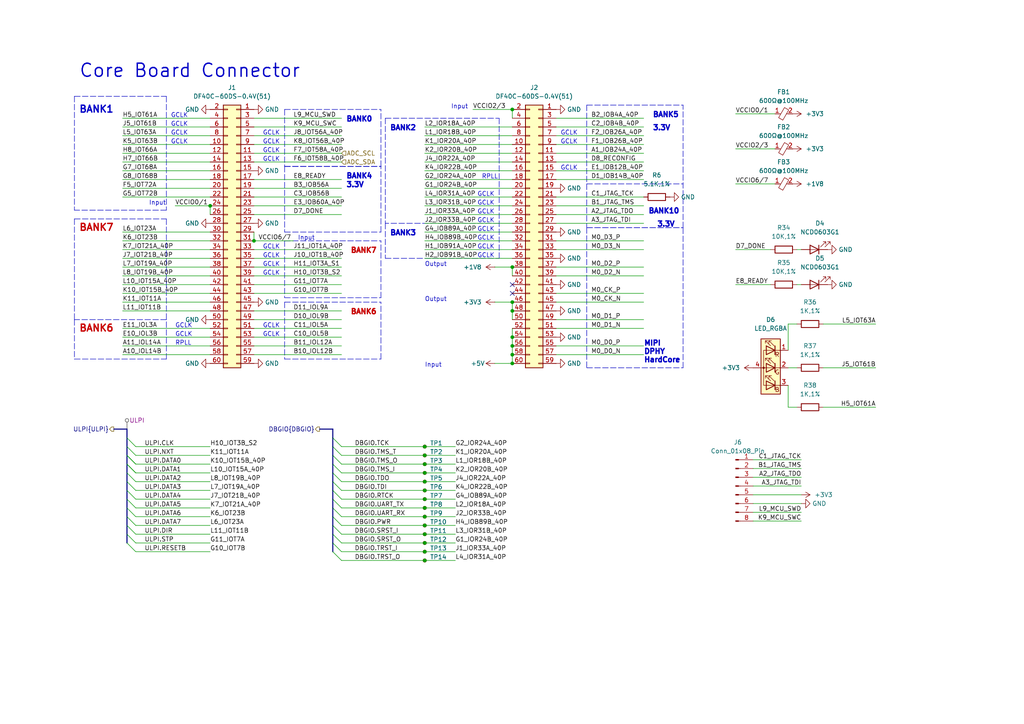
<source format=kicad_sch>
(kicad_sch (version 20250114) (generator "eeschema") (generator_version "9.0")
  (paper "A4")
  (lib_symbols
    (symbol "Connector:Conn_01x08_Pin" (pin_names (offset 1.016) (hide yes))
      (property "Reference" "J" (at 0 10.16 0))
      (property "Value" "Conn_01x08_Pin" (at 0 -12.7 0))
      (symbol "Conn_01x08_Pin_1_1"
        (pin passive line (at 5.08 7.62 180) (length 3.81) (name "Pin_1") (number "1"))
        (pin passive line (at 5.08 5.08 180) (length 3.81) (name "Pin_2") (number "2"))
        (pin passive line (at 5.08 2.54 180) (length 3.81) (name "Pin_3") (number "3"))
        (pin passive line (at 5.08 0 180) (length 3.81) (name "Pin_4") (number "4"))
        (pin passive line (at 5.08 -2.54 180) (length 3.81) (name "Pin_5") (number "5"))
        (pin passive line (at 5.08 -5.08 180) (length 3.81) (name "Pin_6") (number "6"))
        (pin passive line (at 5.08 -7.62 180) (length 3.81) (name "Pin_7") (number "7"))
        (pin passive line (at 5.08 -10.16 180) (length 3.81) (name "Pin_8") (number "8"))
      )
    )
    (symbol "Device:LED_RGBA" (pin_names (offset 0) (hide yes))
      (property "Reference" "D" (at 0 9.398 0))
      (property "Value" "LED_RGBA" (at 0 -8.89 0))
      (symbol "LED_RGBA_0_0"
        (text "R" (at -1.905 3.81 0) (effects (font (size 1.27 1.27))))
        (text "G" (at -1.905 -1.27 0) (effects (font (size 1.27 1.27))))
        (text "B" (at -1.905 -6.35 0) (effects (font (size 1.27 1.27))))
      )
      (symbol "LED_RGBA_1_1"
        (pin passive line (at -5.08 5.08 0) (length 2.54) (name "RK") (number "1"))
        (pin passive line (at -5.08 0 0) (length 2.54) (name "GK") (number "2"))
        (pin passive line (at -5.08 -5.08 0) (length 2.54) (name "BK") (number "3"))
        (pin passive line (at 5.08 0 180) (length 2.54) (name "A") (number "4"))
      )
    )
    (symbol "HPM6280Foc:0402WGF1001TCE" (pin_numbers (hide yes)) (pin_names (hide yes))
      (property "Reference" "R" (at 0 2.54 0))
      (property "Value" "1K,1%" (at 0 -2.54 0))
      (symbol "0402WGF1001TCE_1_1"
        (pin passive line (at -3.81 0 0) (length 1.27) (name "~") (number "1"))
        (pin passive line (at 3.81 0 180) (length 1.27) (name "~") (number "2"))
      )
    )
    (symbol "HPM6280Foc:0402WGF1002TCE" (pin_numbers (hide yes)) (pin_names (hide yes))
      (property "Reference" "R" (at 0 2.54 0))
      (property "Value" "10K,1%" (at 0 0 0))
      (symbol "0402WGF1002TCE_1_1"
        (pin passive line (at -3.81 0 0) (length 1.27) (name "~") (number "1"))
        (pin passive line (at 3.81 0 180) (length 1.27) (name "~") (number "2"))
      )
    )
    (symbol "HPM6280Foc:0402WGF5101TCE" (pin_numbers (hide yes)) (pin_names (hide yes))
      (property "Reference" "R" (at 0 2.54 0))
      (property "Value" "5.1K,1%" (at 0 -2.54 0))
      (symbol "0402WGF5101TCE_1_1"
        (pin passive line (at -3.81 0 0) (length 1.27) (name "~") (number "1"))
        (pin passive line (at 3.81 0 180) (length 1.27) (name "~") (number "2"))
      )
    )
    (symbol "HPM6280Foc:BLM15PX601SN1D"
      (property "Reference" "FB" (at -1.27 2.54 0))
      (property "Value" "600Ω@100MHz" (at 0 -2.54 0))
      (symbol "BLM15PX601SN1D_1_1"
        (pin passive line (at -2.54 0 0) (length 1.27) (name "~") (number "1"))
        (pin passive line (at 2.54 0 180) (length 1.27) (name "~") (number "2"))
      )
    )
    (symbol "HPM6280Foc:DF40C-60DS-0.4V(51)" (pin_names (hide yes))
      (property "Reference" "U" (at 0.508 38.608 0))
      (symbol "DF40C-60DS-0.4V(51)_1_1"
        (pin passive line (at -5.08 35.56 0) (length 3.81) (name "Pin_1") (number "1"))
        (pin passive line (at -5.08 33.02 0) (length 3.81) (name "Pin_3") (number "3"))
        (pin passive line (at -5.08 30.48 0) (length 3.81) (name "Pin_5") (number "5"))
        (pin passive line (at -5.08 27.94 0) (length 3.81) (name "Pin_7") (number "7"))
        (pin passive line (at -5.08 25.4 0) (length 3.81) (name "Pin_9") (number "9"))
        (pin passive line (at -5.08 22.86 0) (length 3.81) (name "Pin_11") (number "11"))
        (pin passive line (at -5.08 20.32 0) (length 3.81) (name "Pin_13") (number "13"))
        (pin passive line (at -5.08 17.78 0) (length 3.81) (name "Pin_15") (number "15"))
        (pin passive line (at -5.08 15.24 0) (length 3.81) (name "Pin_17") (number "17"))
        (pin passive line (at -5.08 12.7 0) (length 3.81) (name "Pin_19") (number "19"))
        (pin passive line (at -5.08 10.16 0) (length 3.81) (name "Pin_21") (number "21"))
        (pin passive line (at -5.08 7.62 0) (length 3.81) (name "Pin_23") (number "23"))
        (pin passive line (at -5.08 5.08 0) (length 3.81) (name "Pin_25") (number "25"))
        (pin passive line (at -5.08 2.54 0) (length 3.81) (name "Pin_27") (number "27"))
        (pin passive line (at -5.08 0 0) (length 3.81) (name "Pin_29") (number "29"))
        (pin passive line (at -5.08 -2.54 0) (length 3.81) (name "Pin_31") (number "31"))
        (pin passive line (at -5.08 -5.08 0) (length 3.81) (name "Pin_33") (number "33"))
        (pin passive line (at -5.08 -7.62 0) (length 3.81) (name "Pin_35") (number "35"))
        (pin passive line (at -5.08 -10.16 0) (length 3.81) (name "Pin_37") (number "37"))
        (pin passive line (at -5.08 -12.7 0) (length 3.81) (name "Pin_39") (number "39"))
        (pin passive line (at -5.08 -15.24 0) (length 3.81) (name "Pin_41") (number "41"))
        (pin passive line (at -5.08 -17.78 0) (length 3.81) (name "Pin_43") (number "43"))
        (pin passive line (at -5.08 -20.32 0) (length 3.81) (name "Pin_45") (number "45"))
        (pin passive line (at -5.08 -22.86 0) (length 3.81) (name "Pin_47") (number "47"))
        (pin passive line (at -5.08 -25.4 0) (length 3.81) (name "Pin_49") (number "49"))
        (pin passive line (at -5.08 -27.94 0) (length 3.81) (name "Pin_51") (number "51"))
        (pin passive line (at -5.08 -30.48 0) (length 3.81) (name "Pin_53") (number "53"))
        (pin passive line (at -5.08 -33.02 0) (length 3.81) (name "Pin_55") (number "55"))
        (pin passive line (at -5.08 -35.56 0) (length 3.81) (name "Pin_57") (number "57"))
        (pin passive line (at -5.08 -38.1 0) (length 3.81) (name "Pin_59") (number "59"))
        (pin passive line (at 7.62 35.56 180) (length 3.81) (name "Pin_2") (number "2"))
        (pin passive line (at 7.62 33.02 180) (length 3.81) (name "Pin_4") (number "4"))
        (pin passive line (at 7.62 30.48 180) (length 3.81) (name "Pin_6") (number "6"))
        (pin passive line (at 7.62 27.94 180) (length 3.81) (name "Pin_8") (number "8"))
        (pin passive line (at 7.62 25.4 180) (length 3.81) (name "Pin_10") (number "10"))
        (pin passive line (at 7.62 22.86 180) (length 3.81) (name "Pin_12") (number "12"))
        (pin passive line (at 7.62 20.32 180) (length 3.81) (name "Pin_14") (number "14"))
        (pin passive line (at 7.62 17.78 180) (length 3.81) (name "Pin_16") (number "16"))
        (pin passive line (at 7.62 15.24 180) (length 3.81) (name "Pin_18") (number "18"))
        (pin passive line (at 7.62 12.7 180) (length 3.81) (name "Pin_20") (number "20"))
        (pin passive line (at 7.62 10.16 180) (length 3.81) (name "Pin_22") (number "22"))
        (pin passive line (at 7.62 7.62 180) (length 3.81) (name "Pin_24") (number "24"))
        (pin passive line (at 7.62 5.08 180) (length 3.81) (name "Pin_26") (number "26"))
        (pin passive line (at 7.62 2.54 180) (length 3.81) (name "Pin_28") (number "28"))
        (pin passive line (at 7.62 0 180) (length 3.81) (name "Pin_30") (number "30"))
        (pin passive line (at 7.62 -2.54 180) (length 3.81) (name "Pin_32") (number "32"))
        (pin passive line (at 7.62 -5.08 180) (length 3.81) (name "Pin_34") (number "34"))
        (pin passive line (at 7.62 -7.62 180) (length 3.81) (name "Pin_36") (number "36"))
        (pin passive line (at 7.62 -10.16 180) (length 3.81) (name "Pin_38") (number "38"))
        (pin passive line (at 7.62 -12.7 180) (length 3.81) (name "Pin_40") (number "40"))
        (pin passive line (at 7.62 -15.24 180) (length 3.81) (name "Pin_42") (number "42"))
        (pin passive line (at 7.62 -17.78 180) (length 3.81) (name "Pin_44") (number "44"))
        (pin passive line (at 7.62 -20.32 180) (length 3.81) (name "Pin_46") (number "46"))
        (pin passive line (at 7.62 -22.86 180) (length 3.81) (name "Pin_48") (number "48"))
        (pin passive line (at 7.62 -25.4 180) (length 3.81) (name "Pin_50") (number "50"))
        (pin passive line (at 7.62 -27.94 180) (length 3.81) (name "Pin_52") (number "52"))
        (pin passive line (at 7.62 -30.48 180) (length 3.81) (name "Pin_54") (number "54"))
        (pin passive line (at 7.62 -33.02 180) (length 3.81) (name "Pin_56") (number "56"))
        (pin passive line (at 7.62 -35.56 180) (length 3.81) (name "Pin_58") (number "58"))
        (pin passive line (at 7.62 -38.1 180) (length 3.81) (name "Pin_60") (number "60"))
      )
    )
    (symbol "HPM6280Foc:NCD0603G1" (pin_numbers (hide yes)) (pin_names (offset 1.016) (hide yes))
      (property "Reference" "D" (at 0 2.54 0))
      (property "Value" "NCD0603G1" (at 0 -2.54 0))
      (symbol "NCD0603G1_1_1"
        (pin passive line (at -3.81 0 0) (length 2.54) (name "K") (number "1"))
        (pin passive line (at 3.81 0 180) (length 2.54) (name "A") (number "2"))
      )
    )
    (symbol "HPM6280Foc:test_point" (pin_numbers (hide yes)) (pin_names (offset 0) (hide yes)) (exclude_from_sim yes) (in_bom no)
      (property "Reference" "TP" (at 1.27 0.762 0))
      (symbol "test_point_1_1"
        (pin input line (at 0 0 0) (length 0) (name "") (number "1"))
      )
    )
    (symbol "power:+1V8" (power) (pin_numbers (hide yes)) (pin_names (offset 0) (hide yes))
      (property "Value" "+1V8" (at 0 3.556 0))
      (symbol "+1V8_1_1"
        (pin power_in line (at 0 0 90) (length 0) (name "~") (number "1"))
      )
    )
    (symbol "power:+3V3" (power) (pin_numbers (hide yes)) (pin_names (offset 0) (hide yes))
      (property "Value" "+3V3" (at 0 3.556 0))
      (symbol "+3V3_1_1"
        (pin power_in line (at 0 0 90) (length 0) (name "~") (number "1"))
      )
    )
    (symbol "power:+5V" (power) (pin_names (offset 0))
      (property "Value" "+5V" (at 0 3.556 0))
      (symbol "+5V_1_1"
        (pin power_in line (at 0 0 90) (length 0) (hide yes) (name "+5V") (number "1"))
      )
    )
    (symbol "power:GND" (power) (pin_names (offset 0))
      (property "Value" "GND" (at 0 -3.81 0))
      (symbol "GND_1_1"
        (pin power_in line (at 0 0 270) (length 0) (hide yes) (name "GND") (number "1"))
      )
    )
  )
  (text "GCLK" (at 49.53 34.29 0) (effects (font (size 1.27 1.27)) (justify left bottom)))
  (text "BANK3" (at 113.03 68.58 0) (effects (font (size 1.5 1.5) (thickness 0.4) (bold yes)) (justify left bottom)))
  (text "GCLK" (at 162.56 41.91 0) (effects (font (size 1.27 1.27)) (justify left bottom)))
  (text "GCLK" (at 76.2 41.91 0) (effects (font (size 1.27 1.27)) (justify left bottom)))
  (text "Core Board Connector" (at 22.86 22.86 0) (effects (font (size 3.81 3.81) (thickness 0.4) (bold yes)) (justify left bottom)))
  (text "Input" (at 130.81 31.75 0) (effects (font (size 1.27 1.27)) (justify left bottom)))
  (text "BANK6" (at 22.86 96.52 0) (effects (font (size 2 2) (thickness 0.4) (bold yes)) (justify left bottom)))
  (text "Input" (at 86.36 69.85 0) (effects (font (size 1.27 1.27)) (justify left bottom)))
  (text "GCLK" (at 49.53 41.91 0) (effects (font (size 1.27 1.27)) (justify left bottom)))
  (text "GCLK" (at 138.43 59.69 0) (effects (font (size 1.27 1.27)) (justify left bottom)))
  (text "3.3V" (at 190.5 66.04 0) (effects (font (size 1.5 1.5) (thickness 0.4) (bold yes)) (justify left bottom)))
  (text "Output" (at 123.19 77.47 0) (effects (font (size 1.27 1.27)) (justify left bottom)))
  (text "GCLK" (at 138.43 57.15 0) (effects (font (size 1.27 1.27)) (justify left bottom)))
  (text "BANK0" (at 100.33 35.56 0) (effects (font (size 1.5 1.5) (thickness 0.4) (bold yes)) (justify left bottom)))
  (text "GCLK" (at 76.2 72.39 0) (effects (font (size 1.27 1.27)) (justify left bottom)))
  (text "BANK7" (at 101.6 73.66 0) (effects (font (size 1.5 1.5) (thickness 0.4) (bold yes)) (justify left bottom)))
  (text "3.3V" (at 100.33 54.61 0) (effects (font (size 1.5 1.5) (thickness 0.4) (bold yes)) (justify left bottom)))
  (text "GCLK" (at 76.2 77.47 0) (effects (font (size 1.27 1.27)) (justify left bottom)))
  (text "GCLK" (at 76.2 39.37 0) (effects (font (size 1.27 1.27)) (justify left bottom)))
  (text "GCLK" (at 76.2 74.93 0) (effects (font (size 1.27 1.27)) (justify left bottom)))
  (text "GCLK" (at 138.43 72.39 0) (effects (font (size 1.27 1.27)) (justify left bottom)))
  (text "GCLK" (at 138.43 67.31 0) (effects (font (size 1.27 1.27)) (justify left bottom)))
  (text "GCLK" (at 138.43 69.85 0) (effects (font (size 1.27 1.27)) (justify left bottom)))
  (text "BANK5" (at 189.23 34.29 0) (effects (font (size 1.5 1.5) (thickness 0.4) (bold yes)) (justify left bottom)))
  (text "RPLL" (at 50.8 100.33 0) (effects (font (size 1.27 1.27)) (justify left bottom)))
  (text "Output" (at 123.19 87.63 0) (effects (font (size 1.27 1.27)) (justify left bottom)))
  (text "3.3V" (at 189.23 38.1 0) (effects (font (size 1.5 1.5) (thickness 0.4) (bold yes)) (justify left bottom)))
  (text "BANK6" (at 101.6 91.44 0) (effects (font (size 1.5 1.5) (thickness 0.4) (bold yes)) (justify left bottom)))
  (text "BANK2" (at 113.03 38.1 0) (effects (font (size 1.5 1.5) (thickness 0.4) (bold yes)) (justify left bottom)))
  (text "GCLK" (at 50.8 95.25 0) (effects (font (size 1.27 1.27)) (justify left bottom)))
  (text "BANK7" (at 22.86 67.31 0) (effects (font (size 2 2) (thickness 0.4) (bold yes)) (justify left bottom)))
  (text "GCLK" (at 138.43 64.77 0) (effects (font (size 1.27 1.27)) (justify left bottom)))
  (text "GCLK" (at 49.53 36.83 0) (effects (font (size 1.27 1.27)) (justify left bottom)))
  (text "GCLK" (at 49.53 39.37 0) (effects (font (size 1.27 1.27)) (justify left bottom)))
  (text "GCLK" (at 76.2 80.01 0) (effects (font (size 1.27 1.27)) (justify left bottom)))
  (text "RPLL" (at 139.7 52.07 0) (effects (font (size 1.27 1.27)) (justify left bottom)))
  (text "GCLK" (at 50.8 97.79 0) (effects (font (size 1.27 1.27)) (justify left bottom)))
  (text "Input" (at 123.19 106.68 0) (effects (font (size 1.27 1.27)) (justify left bottom)))
  (text "Input" (at 43.18 59.69 0) (effects (font (size 1.27 1.27)) (justify left bottom)))
  (text "GCLK" (at 138.43 74.93 0) (effects (font (size 1.27 1.27)) (justify left bottom)))
  (text "GCLK" (at 138.43 62.23 0) (effects (font (size 1.27 1.27)) (justify left bottom)))
  (text "GCLK" (at 162.56 49.53 0) (effects (font (size 1.27 1.27)) (justify left bottom)))
  (text "GCLK" (at 76.2 95.25 0) (effects (font (size 1.27 1.27)) (justify left bottom)))
  (text "GCLK" (at 76.2 46.99 0) (effects (font (size 1.27 1.27)) (justify left bottom)))
  (text "GCLK" (at 76.2 97.79 0) (effects (font (size 1.27 1.27)) (justify left bottom)))
  (text "GCLK" (at 76.2 44.45 0) (effects (font (size 1.27 1.27)) (justify left bottom)))
  (text "BANK1" (at 22.86 33.02 0) (effects (font (size 2 2) (thickness 0.4) (bold yes)) (justify left bottom)))
  (text "BANK10" (at 187.96 62.23 0) (effects (font (size 1.5 1.5) (thickness 0.4) (bold yes)) (justify left bottom)))
  (text "BANK4" (at 100.33 52.07 0) (effects (font (size 1.5 1.5) (thickness 0.4) (bold yes)) (justify left bottom)))
  (text "GCLK" (at 162.56 39.37 0) (effects (font (size 1.27 1.27)) (justify left bottom)))
  (text "MIPI\nDPHY\nHardCore" (at 186.69 105.41 0) (effects (font (size 1.5 1.5) (thickness 0.4) (bold yes)) (justify left bottom)))
  (junction (at 123.19 160.02))
  (junction (at 123.19 134.62))
  (junction (at 123.19 139.7))
  (junction (at 148.59 105.41))
  (junction (at 123.19 154.94))
  (junction (at 148.59 87.63))
  (junction (at 148.59 77.47))
  (junction (at 123.19 162.56))
  (junction (at 73.66 69.85))
  (junction (at 148.59 90.17))
  (junction (at 148.59 97.79))
  (junction (at 123.19 157.48))
  (junction (at 123.19 142.24))
  (junction (at 60.96 59.69))
  (junction (at 123.19 129.54))
  (junction (at 123.19 147.32))
  (junction (at 123.19 152.4))
  (junction (at 123.19 137.16))
  (junction (at 123.19 149.86))
  (junction (at 123.19 132.08))
  (junction (at 148.59 100.33))
  (junction (at 123.19 144.78))
  (junction (at 148.59 31.75))
  (junction (at 148.59 102.87))
  (no_connect (at 148.59 85.09))
  (no_connect (at 148.59 82.55))
  (bus_entry (at 96.52 134.62) (size 2.54 2.54))
  (bus_entry (at 96.52 157.48) (size 2.54 2.54))
  (bus_entry (at 96.52 129.54) (size 2.54 2.54))
  (bus_entry (at 36.83 157.48) (size 2.54 2.54))
  (bus_entry (at 96.52 137.16) (size 2.54 2.54))
  (bus_entry (at 36.83 144.78) (size 2.54 2.54))
  (bus_entry (at 36.83 152.4) (size 2.54 2.54))
  (bus_entry (at 96.52 139.7) (size 2.54 2.54))
  (bus_entry (at 36.83 137.16) (size 2.54 2.54))
  (bus_entry (at 96.52 127) (size 2.54 2.54))
  (bus_entry (at 36.83 127) (size 2.54 2.54))
  (bus_entry (at 36.83 134.62) (size 2.54 2.54))
  (bus_entry (at 96.52 149.86) (size 2.54 2.54))
  (bus_entry (at 96.52 132.08) (size 2.54 2.54))
  (bus_entry (at 96.52 144.78) (size 2.54 2.54))
  (bus_entry (at 36.83 147.32) (size 2.54 2.54))
  (bus_entry (at 36.83 142.24) (size 2.54 2.54))
  (bus_entry (at 36.83 139.7) (size 2.54 2.54))
  (bus_entry (at 96.52 142.24) (size 2.54 2.54))
  (bus_entry (at 36.83 132.08) (size 2.54 2.54))
  (bus_entry (at 96.52 160.02) (size 2.54 2.54))
  (bus_entry (at 36.83 154.94) (size 2.54 2.54))
  (bus_entry (at 96.52 154.94) (size 2.54 2.54))
  (bus_entry (at 96.52 147.32) (size 2.54 2.54))
  (bus_entry (at 96.52 152.4) (size 2.54 2.54))
  (bus_entry (at 36.83 134.62) (size 2.54 2.54))
  (bus_entry (at 36.83 129.54) (size 2.54 2.54))
  (bus_entry (at 36.83 132.08) (size 2.54 2.54))
  (bus_entry (at 36.83 149.86) (size 2.54 2.54))
  (wire (pts (xy 39.37 147.32) (xy 60.96 147.32)))
  (polyline (pts (xy 82.55 48.26) (xy 82.55 67.31)) (stroke (width 0) (type dash)))
  (polyline (pts (xy 170.18 66.04) (xy 198.12 66.04)) (stroke (width 0) (type dash)))
  (wire (pts (xy 99.06 149.86) (xy 123.19 149.86)))
  (bus (pts (xy 36.83 154.94) (xy 36.83 157.48)))
  (bus (pts (xy 92.71 124.46) (xy 96.52 124.46)))
  (polyline (pts (xy 111.76 74.93) (xy 144.78 74.93)) (stroke (width 0) (type dash)))
  (polyline (pts (xy 82.55 31.75) (xy 82.55 48.26)) (stroke (width 0) (type dash)))
  (wire (pts (xy 35.56 52.07) (xy 60.96 52.07)))
  (wire (pts (xy 238.76 106.68) (xy 254 106.68)))
  (wire (pts (xy 99.06 162.56) (xy 123.19 162.56)))
  (wire (pts (xy 123.19 72.39) (xy 148.59 72.39)))
  (wire (pts (xy 99.06 157.48) (xy 123.19 157.48)))
  (bus (pts (xy 36.83 147.32) (xy 36.83 149.86)))
  (wire (pts (xy 123.19 144.78) (xy 132.08 144.78)))
  (bus (pts (xy 96.52 142.24) (xy 96.52 144.78)))
  (wire (pts (xy 161.29 85.09) (xy 186.69 85.09)))
  (wire (pts (xy 232.41 143.51) (xy 218.44 143.51)))
  (wire (pts (xy 228.6 111.76) (xy 228.6 118.11)))
  (wire (pts (xy 73.66 80.01) (xy 99.06 80.01)))
  (wire (pts (xy 213.36 72.39) (xy 223.52 72.39)))
  (wire (pts (xy 143.51 105.41) (xy 148.59 105.41)))
  (wire (pts (xy 39.37 142.24) (xy 60.96 142.24)))
  (wire (pts (xy 123.19 137.16) (xy 132.08 137.16)))
  (wire (pts (xy 232.41 140.97) (xy 218.44 140.97)))
  (wire (pts (xy 123.19 142.24) (xy 132.08 142.24)))
  (wire (pts (xy 161.29 44.45) (xy 186.69 44.45)))
  (wire (pts (xy 35.56 34.29) (xy 60.96 34.29)))
  (polyline (pts (xy 82.55 69.85) (xy 110.49 69.85)) (stroke (width 0) (type dash)))
  (wire (pts (xy 99.06 129.54) (xy 123.19 129.54)))
  (wire (pts (xy 148.59 95.25) (xy 148.59 97.79)))
  (wire (pts (xy 73.66 57.15) (xy 99.06 57.15)))
  (wire (pts (xy 35.56 85.09) (xy 60.96 85.09)))
  (polyline (pts (xy 82.55 87.63) (xy 110.49 87.63)) (stroke (width 0) (type dash)))
  (polyline (pts (xy 110.49 67.31) (xy 110.49 48.26)) (stroke (width 0) (type dash)))
  (wire (pts (xy 123.19 62.23) (xy 148.59 62.23)))
  (bus (pts (xy 96.52 144.78) (xy 96.52 147.32)))
  (wire (pts (xy 148.59 102.87) (xy 148.59 105.41)))
  (wire (pts (xy 39.37 160.02) (xy 60.96 160.02)))
  (wire (pts (xy 73.66 39.37) (xy 99.06 39.37)))
  (wire (pts (xy 123.19 132.08) (xy 132.08 132.08)))
  (wire (pts (xy 73.66 41.91) (xy 99.06 41.91)))
  (wire (pts (xy 161.29 62.23) (xy 186.69 62.23)))
  (wire (pts (xy 39.37 157.48) (xy 60.96 157.48)))
  (wire (pts (xy 35.56 97.79) (xy 60.96 97.79)))
  (wire (pts (xy 123.19 49.53) (xy 148.59 49.53)))
  (wire (pts (xy 161.29 49.53) (xy 186.69 49.53)))
  (polyline (pts (xy 170.18 30.48) (xy 170.18 66.04)) (stroke (width 0) (type dash)))
  (wire (pts (xy 73.66 74.93) (xy 99.06 74.93)))
  (polyline (pts (xy 21.59 92.71) (xy 21.59 104.14)) (stroke (width 0) (type dash)))
  (wire (pts (xy 213.36 43.18) (xy 224.79 43.18)))
  (wire (pts (xy 35.56 72.39) (xy 60.96 72.39)))
  (wire (pts (xy 35.56 49.53) (xy 60.96 49.53)))
  (wire (pts (xy 161.29 80.01) (xy 186.69 80.01)))
  (wire (pts (xy 35.56 74.93) (xy 60.96 74.93)))
  (wire (pts (xy 148.59 77.47) (xy 148.59 80.01)))
  (wire (pts (xy 123.19 36.83) (xy 148.59 36.83)))
  (wire (pts (xy 99.06 137.16) (xy 123.19 137.16)))
  (wire (pts (xy 39.37 134.62) (xy 60.96 134.62)))
  (bus (pts (xy 96.52 124.46) (xy 96.52 127)))
  (wire (pts (xy 35.56 57.15) (xy 60.96 57.15)))
  (wire (pts (xy 35.56 41.91) (xy 60.96 41.91)))
  (wire (pts (xy 123.19 139.7) (xy 132.08 139.7)))
  (polyline (pts (xy 170.18 66.04) (xy 198.12 66.04)) (stroke (width 0) (type dash)))
  (polyline (pts (xy 170.18 66.04) (xy 170.18 106.68)) (stroke (width 0) (type dash)))
  (polyline (pts (xy 110.49 86.36) (xy 110.49 69.85)) (stroke (width 0) (type dash)))
  (wire (pts (xy 35.56 82.55) (xy 60.96 82.55)))
  (bus (pts (xy 33.02 124.46) (xy 36.83 124.46)))
  (wire (pts (xy 228.6 106.68) (xy 231.14 106.68)))
  (wire (pts (xy 161.29 39.37) (xy 186.69 39.37)))
  (wire (pts (xy 148.59 97.79) (xy 148.59 100.33)))
  (wire (pts (xy 73.66 36.83) (xy 99.06 36.83)))
  (wire (pts (xy 39.37 137.16) (xy 60.96 137.16)))
  (wire (pts (xy 73.66 69.85) (xy 85.09 69.85)))
  (wire (pts (xy 232.41 82.55) (xy 231.14 82.55)))
  (wire (pts (xy 73.66 82.55) (xy 99.06 82.55)))
  (wire (pts (xy 73.66 34.29) (xy 99.06 34.29)))
  (polyline (pts (xy 111.76 34.29) (xy 111.76 64.77)) (stroke (width 0) (type dash)))
  (polyline (pts (xy 21.59 63.5) (xy 21.59 92.71)) (stroke (width 0) (type dash)))
  (bus (pts (xy 36.83 152.4) (xy 36.83 154.94)))
  (wire (pts (xy 99.06 144.78) (xy 123.19 144.78)))
  (wire (pts (xy 161.29 57.15) (xy 186.69 57.15)))
  (wire (pts (xy 161.29 69.85) (xy 186.69 69.85)))
  (wire (pts (xy 161.29 34.29) (xy 186.69 34.29)))
  (wire (pts (xy 123.19 74.93) (xy 148.59 74.93)))
  (polyline (pts (xy 82.55 69.85) (xy 82.55 86.36)) (stroke (width 0) (type dash)))
  (polyline (pts (xy 21.59 27.94) (xy 21.59 60.96)) (stroke (width 0) (type dash)))
  (wire (pts (xy 123.19 129.54) (xy 132.08 129.54)))
  (wire (pts (xy 232.41 146.05) (xy 218.44 146.05)))
  (wire (pts (xy 35.56 95.25) (xy 60.96 95.25)))
  (wire (pts (xy 73.66 92.71) (xy 99.06 92.71)))
  (polyline (pts (xy 21.59 63.5) (xy 48.26 63.5)) (stroke (width 0) (type dash)))
  (wire (pts (xy 35.56 102.87) (xy 60.96 102.87)))
  (wire (pts (xy 213.36 82.55) (xy 223.52 82.55)))
  (bus (pts (xy 36.83 132.08) (xy 36.83 134.62)))
  (bus (pts (xy 96.52 152.4) (xy 96.52 154.94)))
  (wire (pts (xy 123.19 46.99) (xy 148.59 46.99)))
  (wire (pts (xy 238.76 93.98) (xy 254 93.98)))
  (wire (pts (xy 123.19 64.77) (xy 148.59 64.77)))
  (bus (pts (xy 96.52 132.08) (xy 96.52 134.62)))
  (wire (pts (xy 232.41 133.35) (xy 218.44 133.35)))
  (polyline (pts (xy 82.55 87.63) (xy 82.55 104.14)) (stroke (width 0) (type dash)))
  (polyline (pts (xy 144.78 64.77) (xy 111.76 64.77)) (stroke (width 0) (type dash)))
  (wire (pts (xy 35.56 46.99) (xy 60.96 46.99)))
  (wire (pts (xy 39.37 139.7) (xy 60.96 139.7)))
  (polyline (pts (xy 82.55 104.14) (xy 110.49 104.14)) (stroke (width 0) (type dash)))
  (bus (pts (xy 96.52 157.48) (xy 96.52 160.02)))
  (polyline (pts (xy 144.78 34.29) (xy 144.78 64.77)) (stroke (width 0) (type dash)))
  (wire (pts (xy 161.29 92.71) (xy 186.69 92.71)))
  (wire (pts (xy 73.66 85.09) (xy 99.06 85.09)))
  (wire (pts (xy 73.66 62.23) (xy 99.06 62.23)))
  (wire (pts (xy 73.66 100.33) (xy 99.06 100.33)))
  (wire (pts (xy 123.19 154.94) (xy 132.08 154.94)))
  (wire (pts (xy 35.56 77.47) (xy 60.96 77.47)))
  (wire (pts (xy 161.29 64.77) (xy 186.69 64.77)))
  (wire (pts (xy 123.19 57.15) (xy 148.59 57.15)))
  (polyline (pts (xy 48.26 92.71) (xy 21.59 92.71)) (stroke (width 0) (type dash)))
  (wire (pts (xy 39.37 129.54) (xy 60.96 129.54)))
  (wire (pts (xy 148.59 87.63) (xy 148.59 90.17)))
  (wire (pts (xy 161.29 100.33) (xy 186.69 100.33)))
  (wire (pts (xy 99.06 132.08) (xy 123.19 132.08)))
  (wire (pts (xy 161.29 87.63) (xy 186.69 87.63)))
  (wire (pts (xy 123.19 44.45) (xy 148.59 44.45)))
  (wire (pts (xy 161.29 41.91) (xy 186.69 41.91)))
  (polyline (pts (xy 82.55 48.26) (xy 110.49 48.26)) (stroke (width 0) (type dash)))
  (wire (pts (xy 161.29 46.99) (xy 186.69 46.99)))
  (wire (pts (xy 148.59 90.17) (xy 148.59 92.71)))
  (wire (pts (xy 218.44 151.13) (xy 232.41 151.13)))
  (wire (pts (xy 148.59 100.33) (xy 148.59 102.87)))
  (polyline (pts (xy 144.78 74.93) (xy 144.78 64.77)) (stroke (width 0) (type dash)))
  (wire (pts (xy 35.56 80.01) (xy 60.96 80.01)))
  (polyline (pts (xy 21.59 27.94) (xy 48.26 27.94)) (stroke (width 0) (type dash)))
  (wire (pts (xy 73.66 44.45) (xy 99.06 44.45)))
  (wire (pts (xy 35.56 36.83) (xy 60.96 36.83)))
  (bus (pts (xy 96.52 137.16) (xy 96.52 139.7)))
  (bus (pts (xy 96.52 154.94) (xy 96.52 157.48)))
  (wire (pts (xy 161.29 95.25) (xy 186.69 95.25)))
  (wire (pts (xy 228.6 101.6) (xy 228.6 93.98)))
  (wire (pts (xy 60.96 59.69) (xy 60.96 62.23)))
  (bus (pts (xy 96.52 139.7) (xy 96.52 142.24)))
  (wire (pts (xy 73.66 97.79) (xy 99.06 97.79)))
  (wire (pts (xy 73.66 52.07) (xy 99.06 52.07)))
  (polyline (pts (xy 48.26 27.94) (xy 48.26 60.96)) (stroke (width 0) (type dash)))
  (wire (pts (xy 35.56 44.45) (xy 60.96 44.45)))
  (wire (pts (xy 123.19 67.31) (xy 148.59 67.31)))
  (wire (pts (xy 123.19 149.86) (xy 132.08 149.86)))
  (wire (pts (xy 123.19 152.4) (xy 132.08 152.4)))
  (wire (pts (xy 148.59 31.75) (xy 148.59 34.29)))
  (bus (pts (xy 36.83 124.46) (xy 36.83 127)))
  (wire (pts (xy 213.36 53.34) (xy 224.79 53.34)))
  (polyline (pts (xy 198.12 106.68) (xy 198.12 66.04)) (stroke (width 0) (type dash)))
  (wire (pts (xy 99.06 139.7) (xy 123.19 139.7)))
  (bus (pts (xy 96.52 147.32) (xy 96.52 149.86)))
  (wire (pts (xy 123.19 59.69) (xy 148.59 59.69)))
  (wire (pts (xy 73.66 102.87) (xy 99.06 102.87)))
  (wire (pts (xy 161.29 102.87) (xy 186.69 102.87)))
  (wire (pts (xy 137.16 31.75) (xy 148.59 31.75)))
  (wire (pts (xy 99.06 160.02) (xy 123.19 160.02)))
  (wire (pts (xy 39.37 154.94) (xy 60.96 154.94)))
  (polyline (pts (xy 48.26 104.14) (xy 48.26 92.71)) (stroke (width 0) (type dash)))
  (polyline (pts (xy 110.49 104.14) (xy 110.49 87.63)) (stroke (width 0) (type dash)))
  (wire (pts (xy 73.66 46.99) (xy 99.06 46.99)))
  (wire (pts (xy 123.19 160.02) (xy 132.08 160.02)))
  (wire (pts (xy 35.56 90.17) (xy 60.96 90.17)))
  (wire (pts (xy 99.06 134.62) (xy 123.19 134.62)))
  (polyline (pts (xy 111.76 64.77) (xy 111.76 74.93)) (stroke (width 0) (type dash)))
  (wire (pts (xy 161.29 77.47) (xy 186.69 77.47)))
  (bus (pts (xy 36.83 129.54) (xy 36.83 132.08)))
  (bus (pts (xy 36.83 142.24) (xy 36.83 144.78)))
  (wire (pts (xy 213.36 33.02) (xy 224.79 33.02)))
  (wire (pts (xy 123.19 147.32) (xy 132.08 147.32)))
  (wire (pts (xy 161.29 52.07) (xy 186.69 52.07)))
  (wire (pts (xy 73.66 67.31) (xy 73.66 69.85)))
  (wire (pts (xy 123.19 134.62) (xy 132.08 134.62)))
  (bus (pts (xy 36.83 144.78) (xy 36.83 147.32)))
  (polyline (pts (xy 48.26 63.5) (xy 48.26 92.71)) (stroke (width 0) (type dash)))
  (wire (pts (xy 73.66 90.17) (xy 99.06 90.17)))
  (polyline (pts (xy 170.18 30.48) (xy 198.12 30.48)) (stroke (width 0) (type dash)))
  (bus (pts (xy 36.83 127) (xy 36.83 129.54)))
  (bus (pts (xy 36.83 139.7) (xy 36.83 142.24)))
  (wire (pts (xy 99.06 152.4) (xy 123.19 152.4)))
  (bus (pts (xy 96.52 149.86) (xy 96.52 152.4)))
  (wire (pts (xy 232.41 72.39) (xy 231.14 72.39)))
  (wire (pts (xy 123.19 69.85) (xy 148.59 69.85)))
  (wire (pts (xy 123.19 157.48) (xy 132.08 157.48)))
  (wire (pts (xy 35.56 69.85) (xy 60.96 69.85)))
  (polyline (pts (xy 82.55 31.75) (xy 110.49 31.75)) (stroke (width 0) (type dash)))
  (wire (pts (xy 123.19 52.07) (xy 148.59 52.07)))
  (bus (pts (xy 36.83 137.16) (xy 36.83 139.7)))
  (bus (pts (xy 36.83 134.62) (xy 36.83 137.16)))
  (wire (pts (xy 143.51 77.47) (xy 148.59 77.47)))
  (wire (pts (xy 99.06 154.94) (xy 123.19 154.94)))
  (wire (pts (xy 50.8 59.69) (xy 60.96 59.69)))
  (wire (pts (xy 73.66 54.61) (xy 99.06 54.61)))
  (polyline (pts (xy 198.12 66.04) (xy 198.12 30.48)) (stroke (width 0) (type dash)))
  (wire (pts (xy 35.56 39.37) (xy 60.96 39.37)))
  (wire (pts (xy 99.06 142.24) (xy 123.19 142.24)))
  (polyline (pts (xy 82.55 67.31) (xy 110.49 67.31)) (stroke (width 0) (type dash)))
  (wire (pts (xy 35.56 54.61) (xy 60.96 54.61)))
  (wire (pts (xy 39.37 132.08) (xy 60.96 132.08)))
  (wire (pts (xy 232.41 138.43) (xy 218.44 138.43)))
  (polyline (pts (xy 82.55 86.36) (xy 110.49 86.36)) (stroke (width 0) (type dash)))
  (polyline (pts (xy 170.18 106.68) (xy 198.12 106.68)) (stroke (width 0) (type dash)))
  (polyline (pts (xy 48.26 60.96) (xy 21.59 60.96)) (stroke (width 0) (type dash)))
  (wire (pts (xy 73.66 95.25) (xy 99.06 95.25)))
  (bus (pts (xy 36.83 149.86) (xy 36.83 152.4)))
  (wire (pts (xy 73.66 72.39) (xy 99.06 72.39)))
  (wire (pts (xy 35.56 100.33) (xy 60.96 100.33)))
  (wire (pts (xy 161.29 36.83) (xy 186.69 36.83)))
  (wire (pts (xy 232.41 135.89) (xy 218.44 135.89)))
  (wire (pts (xy 99.06 147.32) (xy 123.19 147.32)))
  (wire (pts (xy 123.19 54.61) (xy 148.59 54.61)))
  (wire (pts (xy 39.37 149.86) (xy 60.96 149.86)))
  (wire (pts (xy 123.19 39.37) (xy 148.59 39.37)))
  (wire (pts (xy 73.66 59.69) (xy 99.06 59.69)))
  (wire (pts (xy 123.19 162.56) (xy 132.08 162.56)))
  (wire (pts (xy 123.19 41.91) (xy 148.59 41.91)))
  (bus (pts (xy 96.52 129.54) (xy 96.52 132.08)))
  (wire (pts (xy 73.66 77.47) (xy 99.06 77.47)))
  (wire (pts (xy 238.76 118.11) (xy 254 118.11)))
  (polyline (pts (xy 82.55 48.26) (xy 110.49 48.26)) (stroke (width 0) (type dash)))
  (bus (pts (xy 96.52 127) (xy 96.52 129.54)))
  (wire (pts (xy 35.56 67.31) (xy 60.96 67.31)))
  (polyline (pts (xy 170.18 53.34) (xy 198.12 53.34)) (stroke (width 0) (type dash)))
  (polyline (pts (xy 110.49 48.26) (xy 110.49 31.75)) (stroke (width 0) (type dash)))
  (wire (pts (xy 228.6 118.11) (xy 231.14 118.11)))
  (wire (pts (xy 161.29 72.39) (xy 186.69 72.39)))
  (polyline (pts (xy 111.76 34.29) (xy 144.78 34.29)) (stroke (width 0) (type dash)))
  (wire (pts (xy 161.29 59.69) (xy 186.69 59.69)))
  (wire (pts (xy 228.6 93.98) (xy 231.14 93.98)))
  (wire (pts (xy 35.56 87.63) (xy 60.96 87.63)))
  (wire (pts (xy 218.44 148.59) (xy 232.41 148.59)))
  (wire (pts (xy 143.51 87.63) (xy 148.59 87.63)))
  (wire (pts (xy 39.37 144.78) (xy 60.96 144.78)))
  (polyline (pts (xy 21.59 104.14) (xy 48.26 104.14)) (stroke (width 0) (type dash)))
  (bus (pts (xy 96.52 134.62) (xy 96.52 137.16)))
  (wire (pts (xy 39.37 152.4) (xy 60.96 152.4)))
  (label "K1_IOR20A_40P" (at 123.19 41.91 0))
  (label "G1_IOR24B_40P" (at 132.08 157.48 0))
  (label "G4_IOB89A_40P" (at 132.08 144.78 0))
  (label "K9_MCU_SWC" (at 85.09 36.83 0))
  (label "B3_IOB56A" (at 85.09 54.61 0))
  (label "L5_IOT63A" (at 35.56 39.37 0))
  (label "ULPI.DATA4" (at 41.91 144.78 0))
  (label "K6_IOT23B" (at 60.96 149.86 0))
  (label "ULPI.RESETB" (at 41.91 160.02 0))
  (label "L10_IOT15A_40P" (at 35.56 82.55 0))
  (label "H4_IOB89B_40P" (at 123.19 69.85 0))
  (label "G11_IOT7A" (at 60.96 157.48 0))
  (label "DBGIO.TRST_I" (at 102.8427 160.02 0))
  (label "H8_IOT66A" (at 35.56 44.45 0))
  (label "A3_JTAG_TDI" (at 171.45 64.77 0))
  (label "L5_IOT63A" (at 254 93.98 180))
  (label "K11_IOT11A" (at 60.96 132.08 0))
  (label "DBGIO.SRST_I" (at 102.8154 154.94 0))
  (label "A3_JTAG_TDI" (at 232.41 140.97 180))
  (label "B1_JTAG_TMS" (at 232.41 135.89 180))
  (label "A2_JTAG_TDO" (at 232.41 138.43 180))
  (label "J7_IOT21B_40P" (at 60.96 144.78 0))
  (label "B2_IOB4A_40P" (at 171.45 34.29 0))
  (label "H10_IOT3B_S2" (at 60.96 129.54 0))
  (label "H2_IOB91B_40P" (at 123.19 74.93 0))
  (label "DBGIO.TDO" (at 102.87 139.7 0))
  (label "M0_D0_P" (at 171.45 100.33 0))
  (label "G2_IOR24A_40P" (at 132.08 129.54 0))
  (label "DBGIO.TMS_I" (at 102.87 137.16 0))
  (label "L4_IOR31A_40P" (at 123.19 57.15 0))
  (label "J10_IOT1B_40P" (at 85.09 74.93 0))
  (label "A2_JTAG_TDO" (at 171.45 62.23 0))
  (label "L6_IOT23A" (at 35.56 67.31 0))
  (label "VCCIO6{slash}7" (at 74.93 69.85 0))
  (label "G4_IOB89A_40P" (at 123.19 67.31 0))
  (label "K4_IOR22B_40P" (at 123.19 49.53 0))
  (label "F6_IOT58B_40P" (at 85.09 46.99 0))
  (label "F1_IOB26B_40P" (at 171.45 41.91 0))
  (label "ULPI.STP" (at 41.91 157.48 0))
  (label "DBGIO.PWR" (at 102.87 152.4 0))
  (label "L3_IOR31B_40P" (at 132.08 154.94 0))
  (label "K4_IOR22B_40P" (at 132.08 142.24 0))
  (label "L2_IOR18A_40P" (at 132.08 147.32 0))
  (label "ULPI.DATA5" (at 41.91 147.32 0))
  (label "L9_MCU_SWD" (at 85.09 34.29 0))
  (label "J7_IOT21B_40P" (at 35.56 74.93 0))
  (label "DBGIO.TRST_O" (at 102.87 162.56 0))
  (label "K9_MCU_SWC" (at 232.41 151.13 180))
  (label "K11_IOT11A" (at 35.56 87.63 0))
  (label "K6_IOT23B" (at 35.56 69.85 0))
  (label "VCCIO2{slash}3" (at 213.36 43.18 0))
  (label "DBGIO.UART_TX" (at 102.87 147.32 0))
  (label "M0_D0_N" (at 171.45 102.87 0))
  (label "E8_READY" (at 85.09 52.07 0))
  (label "D7_DONE" (at 85.09 62.23 0))
  (label "K7_IOT21A_40P" (at 35.56 72.39 0))
  (label "ULPI.CLK" (at 41.91 129.54 0))
  (label "K10_IOT15B_40P" (at 35.56 85.09 0))
  (label "E11_IOL3A" (at 35.56 95.25 0))
  (label "H5_IOT61A" (at 35.56 34.29 0))
  (label "L4_IOR31A_40P" (at 132.08 162.56 0))
  (label "L1_IOR18B_40P" (at 132.08 134.62 0))
  (label "DBGIO.TMS_T" (at 102.87 132.08 0))
  (label "M0_D1_P" (at 171.45 92.71 0))
  (label "ULPI.DATA1" (at 41.91 137.16 0))
  (label "H5_IOT61A" (at 254 118.11 180))
  (label "G7_IOT68A" (at 35.56 49.53 0))
  (label "M0_D3_P" (at 171.45 69.85 0))
  (label "H4_IOB89B_40P" (at 132.08 152.4 0))
  (label "DBGIO.SRST_O" (at 102.8427 157.48 0))
  (label "DBGIO.TCK" (at 102.87 129.54 0))
  (label "VCCIO6{slash}7" (at 213.36 53.34 0))
  (label "J1_IOR33A_40P" (at 123.19 62.23 0))
  (label "J2_IOR33B_40P" (at 132.08 149.86 0))
  (label "ULPI.DATA3" (at 41.91 142.24 0))
  (label "DBGIO.TDI" (at 102.87 142.24 0))
  (label "L11_IOT11B" (at 60.96 154.94 0))
  (label "C1_JTAG_TCK" (at 171.45 57.15 0))
  (label "E8_READY" (at 213.36 82.55 0))
  (label "L1_IOR18B_40P" (at 123.19 39.37 0))
  (label "C10_IOL5B" (at 85.09 97.79 0))
  (label "D7_DONE" (at 213.36 72.39 0))
  (label "ULPI.DATA6" (at 41.91 149.86 0))
  (label "B11_IOL12A" (at 85.09 100.33 0))
  (label "J4_IOR22A_40P" (at 132.08 139.7 0))
  (label "D1_IOB14B_40P" (at 171.45 52.07 0))
  (label "D8_RECONFIG" (at 171.45 46.99 0))
  (label "M0_D2_P" (at 171.45 77.47 0))
  (label "VCCIO2{slash}3" (at 137.16 31.75 0))
  (label "ULPI.DATA7" (at 41.91 152.4 0))
  (label "C2_IOB4B_40P" (at 171.45 36.83 0))
  (label "L11_IOT11B" (at 35.56 90.17 0))
  (label "ULPI.DATA2" (at 41.91 139.7 0))
  (label "L10_IOT15A_40P" (at 60.96 137.16 0))
  (label "A11_IOL14A" (at 35.56 100.33 0))
  (label "E1_IOB12B_40P" (at 171.45 49.53 0))
  (label "A10_IOL14B" (at 35.56 102.87 0))
  (label "VCCIO0{slash}1" (at 213.36 33.02 0))
  (label "M0_CK_P" (at 171.45 85.09 0))
  (label "K10_IOT15B_40P" (at 60.96 134.62 0))
  (label "E10_IOL3B" (at 35.56 97.79 0))
  (label "DBGIO.RTCK" (at 102.87 144.78 0))
  (label "A1_IOB24A_40P" (at 171.45 44.45 0))
  (label "K2_IOR20B_40P" (at 132.08 137.16 0))
  (label "J2_IOR33B_40P" (at 123.19 64.77 0))
  (label "ULPI.DIR" (at 41.91 154.94 0))
  (label "K1_IOR20A_40P" (at 132.08 132.08 0))
  (label "G2_IOR24A_40P" (at 123.19 52.07 0))
  (label "G5_IOT72B" (at 35.56 57.15 0))
  (label "C3_IOB56B" (at 85.09 57.15 0))
  (label "M0_D1_N" (at 171.45 95.25 0))
  (label "K5_IOT63B" (at 35.56 41.91 0))
  (label "L7_IOT19A_40P" (at 60.96 142.24 0))
  (label "L8_IOT19B_40P" (at 35.56 80.01 0))
  (label "J4_IOR22A_40P" (at 123.19 46.99 0))
  (label "C11_IOL5A" (at 85.09 95.25 0))
  (label "C1_JTAG_TCK" (at 232.41 133.35 180))
  (label "M0_CK_N" (at 171.45 87.63 0))
  (label "M0_D2_N" (at 171.45 80.01 0))
  (label "DBGIO.TMS_O" (at 102.87 134.62 0))
  (label "DBGIO.UART_RX" (at 102.87 149.86 0))
  (label "ULPI.DATA0" (at 41.91 134.62 0))
  (label "J5_IOT61B" (at 254 106.68 180))
  (label "L7_IOT19A_40P" (at 35.56 77.47 0))
  (label "K7_IOT21A_40P" (at 60.96 147.32 0))
  (label "F2_IOB26A_40P" (at 171.45 39.37 0))
  (label "L2_IOR18A_40P" (at 123.19 36.83 0))
  (label "H10_IOT3B_S2" (at 85.09 80.01 0))
  (label "L9_MCU_SWD" (at 232.41 148.59 180))
  (label "B1_JTAG_TMS" (at 171.45 59.69 0))
  (label "G1_IOR24B_40P" (at 123.19 54.61 0))
  (label "G8_IOT68B" (at 35.56 52.07 0))
  (label "H11_IOT3A_S1" (at 85.09 77.47 0))
  (label "ULPI.NXT" (at 41.91 132.08 0))
  (label "D11_IOL9A" (at 85.09 90.17 0))
  (label "J11_IOT1A_40P" (at 85.09 72.39 0))
  (label "D10_IOL9B" (at 85.09 92.71 0))
  (label "K8_IOT56B_40P" (at 85.09 41.91 0))
  (label "J5_IOT61B" (at 35.56 36.83 0))
  (label "G10_IOT7B" (at 60.96 160.02 0))
  (label "M0_D3_N" (at 171.45 72.39 0))
  (label "L8_IOT19B_40P" (at 60.96 139.7 0))
  (label "VCCIO0{slash}1" (at 50.8 59.69 0))
  (label "F7_IOT58A_40P" (at 85.09 44.45 0))
  (label "L3_IOR31B_40P" (at 123.19 59.69 0))
  (label "K2_IOR20B_40P" (at 123.19 44.45 0))
  (label "J1_IOR33A_40P" (at 132.08 160.02 0))
  (label "L6_IOT23A" (at 60.96 152.4 0))
  (label "H7_IOT66B" (at 35.56 46.99 0))
  (label "F5_IOT72A" (at 35.56 54.61 0))
  (label "J8_IOT56A_40P" (at 85.09 39.37 0))
  (label "G11_IOT7A" (at 85.09 82.55 0))
  (label "B10_IOL12B" (at 85.09 102.87 0))
  (label "G10_IOT7B" (at 85.09 85.09 0))
  (label "E3_IOB60A_40P" (at 85.09 59.69 0))
  (label "H1_IOB91A_40P" (at 123.19 72.39 0))
  (hierarchical_label "ULPI{ULPI}" (shape output) (at 33.02 124.46 180))
  (hierarchical_label "ADC_SCL" (shape input) (at 99.06 44.45 0))
  (hierarchical_label "ADC_SDA" (shape input) (at 99.06 46.99 0))
  (hierarchical_label "DBGIO{DBGIO}" (shape output) (at 92.71 124.46 180))
  (netclass_flag "" (length 2.54) (shape round) (at 36.83 124.46 0) (property "Netclass" "ULPI" (at 37.5285 121.92 0) (effects (justify left))))
  (symbol (lib_id "power:GND") (at 194.31 57.15 90) (unit 1)
    (property "Reference" "#PWR028" (effects (hide yes)))
    (property "Value" "GND" (at 197.485 57.15 90) (effects (justify right)))
  )
  (symbol (lib_id "HPM6280Foc:BLM15PX601SN1D") (at 227.33 43.18 0) (unit 1)
    (property "Reference" "FB2" (at 227.2919 36.83 0))
    (property "Value" "600Ω@100MHz" (at 227.2919 39.37 0))
    (property "Footprint" "Inductor_SMD:L_0402_1005Metric" (effects (hide yes)))
    (property "Datasheet" "https://item.szlcsc.com/datasheet/BLM15PX601SN1D/172358.html?spm=sc.it.xds.a___sc.gbn.xh1.zy.n&lcsc_vid=RFRfBVcDE1AKVwFQFlNZVFdVEVVeBlJXT1hWXgUERFUxVlNSTlNcUFNTRFVcUDsOAxUeFF5JWAgaAglIBBsCBBcFWQIBCks%3D" (effects (hide yes)))
    (property "Description" "单路 0402磁珠 阻抗600Ω@100MHz" (effects (hide yes)))
    (property "华秋编号" "G0048586" (effects (hide yes)))
    (property "立创编号" "C160977" (effects (hide yes)))
  )
  (symbol (lib_id "power:GND") (at 73.66 87.63 90) (unit 1)
    (property "Reference" "#PWR034" (effects (hide yes)))
    (property "Value" "GND" (at 76.835 87.63 90) (effects (justify right)))
  )
  (symbol (lib_id "HPM6280Foc:test_point") (at 123.19 129.54 0) (unit 1) (in_bom no)
    (property "Reference" "TP1" (at 124.714 128.524 0) (effects (justify left)))
    (property "Footprint" "Library:test_point_0.5mm" (effects (hide yes)))
  )
  (symbol (lib_id "power:GND") (at 161.29 97.79 90) (unit 1)
    (property "Reference" "#PWR037" (effects (hide yes)))
    (property "Value" "GND" (at 164.465 97.79 90) (effects (justify right)))
  )
  (symbol (lib_id "HPM6280Foc:0402WGF1002TCE") (at 227.33 82.55 0) (mirror y) (unit 1)
    (property "Reference" "R35" (at 227.33 76.2 0))
    (property "Value" "10K,1%" (at 227.33 78.74 0))
    (property "Footprint" "Resistor_SMD:R_0402_1005Metric" (effects (hide yes)))
    (property "Datasheet" "https://atta.szlcsc.com/upload/public/pdf/source/20200306/C422600_1E6D84923E4A46A82E41ADD87F860B5C.pdf" (effects (hide yes)))
    (property "华秋编号" "G0063278" (effects (hide yes)))
    (property "立创编号" "C25744" (effects (hide yes)))
  )
  (symbol (lib_id "HPM6280Foc:test_point") (at 123.19 132.08 0) (unit 1) (in_bom no)
    (property "Reference" "TP2" (at 124.714 131.064 0) (effects (justify left)))
    (property "Footprint" "Library:test_point_0.5mm" (effects (hide yes)))
  )
  (symbol (lib_id "HPM6280Foc:test_point") (at 123.19 160.02 0) (unit 1) (in_bom no)
    (property "Reference" "TP13" (at 124.714 159.004 0) (effects (justify left)))
    (property "Footprint" "Library:test_point_0.5mm" (effects (hide yes)))
  )
  (symbol (lib_id "power:GND") (at 73.66 49.53 90) (unit 1)
    (property "Reference" "#PWR026" (effects (hide yes)))
    (property "Value" "GND" (at 76.835 49.53 90) (effects (justify right)))
  )
  (symbol (lib_id "power:GND") (at 161.29 54.61 90) (unit 1)
    (property "Reference" "#PWR027" (effects (hide yes)))
    (property "Value" "GND" (at 164.465 54.61 90) (effects (justify right)))
  )
  (symbol (lib_id "power:+3V3") (at 229.87 33.02 270) (unit 1)
    (property "Reference" "#PWR84" (effects (hide yes)))
    (property "Value" "+3V3" (at 233.68 33.0199 90) (effects (justify left)))
    (property "Description" "Power symbol creates a global label with name \"+3V3\"" (effects (hide yes)))
  )
  (symbol (lib_id "HPM6280Foc:DF40C-60DS-0.4V(51)") (at 156.21 67.31 0) (mirror y) (unit 1)
    (property "Reference" "J2" (at 154.94 25.4 0))
    (property "Value" "DF40C-60DS-0.4V(51)" (at 154.94 27.94 0))
    (property "Footprint" "Library:BTB-DF40C-60DS-0.4V(51)#" (effects (hide yes)))
  )
  (symbol (lib_id "power:+3V3") (at 218.44 106.68 90) (unit 1)
    (property "Reference" "#PWR0111" (effects (hide yes)))
    (property "Value" "+3V3" (at 214.63 106.6799 90) (effects (justify left)))
    (property "Description" "Power symbol creates a global label with name \"+3V3\"" (effects (hide yes)))
  )
  (symbol (lib_id "HPM6280Foc:test_point") (at 123.19 157.48 0) (unit 1) (in_bom no)
    (property "Reference" "TP12" (at 124.714 156.464 0) (effects (justify left)))
    (property "Footprint" "Library:test_point_0.5mm" (effects (hide yes)))
  )
  (symbol (lib_id "HPM6280Foc:test_point") (at 123.19 137.16 0) (unit 1) (in_bom no)
    (property "Reference" "TP4" (at 124.714 136.144 0) (effects (justify left)))
    (property "Footprint" "Library:test_point_0.5mm" (effects (hide yes)))
  )
  (symbol (lib_id "HPM6280Foc:test_point") (at 123.19 134.62 0) (unit 1) (in_bom no)
    (property "Reference" "TP3" (at 124.714 133.604 0) (effects (justify left)))
    (property "Footprint" "Library:test_point_0.5mm" (effects (hide yes)))
  )
  (symbol (lib_id "HPM6280Foc:DF40C-60DS-0.4V(51)") (at 68.58 67.31 0) (mirror y) (unit 1)
    (property "Reference" "J1" (at 67.31 25.4 0))
    (property "Value" "DF40C-60DS-0.4V(51)" (at 67.31 27.94 0))
    (property "Footprint" "Library:BTB-DF40C-60DS-0.4V(51)#" (effects (hide yes)))
  )
  (symbol (lib_id "power:GND") (at 60.96 92.71 270) (unit 1)
    (property "Reference" "#PWR036" (effects (hide yes)))
    (property "Value" "GND" (at 57.785 92.71 90) (effects (justify right)))
  )
  (symbol (lib_id "power:+1V8") (at 143.51 77.47 90) (unit 1)
    (property "Reference" "#PWR085" (effects (hide yes)))
    (property "Value" "+1V8" (at 139.7 77.4699 90) (effects (justify left)))
    (property "Description" "Power symbol creates a global label with name \"+1V8\"" (effects (hide yes)))
  )
  (symbol (lib_id "power:GND") (at 161.29 105.41 90) (unit 1)
    (property "Reference" "#PWR041" (effects (hide yes)))
    (property "Value" "GND" (at 164.465 105.41 90) (effects (justify right)))
  )
  (symbol (lib_id "HPM6280Foc:NCD0603G1") (at 236.22 72.39 180) (unit 1)
    (property "Reference" "D4" (at 237.8075 64.77 0))
    (property "Value" "NCD0603G1" (at 237.8075 67.31 0))
    (property "Footprint" "LED_SMD:LED_0603_1608Metric" (effects (hide yes)))
    (property "Datasheet" "https://item.szlcsc.com/datasheet/NCD0603G1/85436.html?spm=sc.it.xds.a___sc.cidn.xh6.zy.n&lcsc_vid=RFRfBVcDE1AKVwFQFlNZVFdVEVVeBlJXT1hWXgUERFUxVlNTR1lYXlBSQ1ZWVztW" (effects (hide yes)))
    (property "Description" "Light emitting diode 翠绿" (effects (hide yes)))
    (property "立创编号" "C84267" (effects (hide yes)))
  )
  (symbol (lib_id "power:+3V3") (at 232.41 143.51 270) (unit 1)
    (property "Reference" "#PWR0112" (effects (hide yes)))
    (property "Value" "+3V3" (at 236.22 143.5099 90) (effects (justify left)))
    (property "Description" "Power symbol creates a global label with name \"+3V3\"" (effects (hide yes)))
  )
  (symbol (lib_id "HPM6280Foc:0402WGF1002TCE") (at 227.33 72.39 0) (mirror y) (unit 1)
    (property "Reference" "R34" (at 227.33 66.04 0))
    (property "Value" "10K,1%" (at 227.33 68.58 0))
    (property "Footprint" "Resistor_SMD:R_0402_1005Metric" (effects (hide yes)))
    (property "Datasheet" "https://atta.szlcsc.com/upload/public/pdf/source/20200306/C422600_1E6D84923E4A46A82E41ADD87F860B5C.pdf" (effects (hide yes)))
    (property "华秋编号" "G0063278" (effects (hide yes)))
    (property "立创编号" "C25744" (effects (hide yes)))
  )
  (symbol (lib_id "power:GND") (at 161.29 90.17 90) (unit 1)
    (property "Reference" "#PWR035" (effects (hide yes)))
    (property "Value" "GND" (at 164.465 90.17 90) (effects (justify right)))
  )
  (symbol (lib_id "HPM6280Foc:test_point") (at 123.19 152.4 0) (unit 1) (in_bom no)
    (property "Reference" "TP10" (at 124.714 151.384 0) (effects (justify left)))
    (property "Footprint" "Library:test_point_0.5mm" (effects (hide yes)))
  )
  (symbol (lib_id "HPM6280Foc:0402WGF1001TCE") (at 234.95 118.11 0) (unit 1)
    (property "Reference" "R38" (at 234.95 111.76 0))
    (property "Value" "1K,1%" (at 234.95 114.3 0))
    (property "Footprint" "Resistor_SMD:R_0402_1005Metric" (effects (hide yes)))
    (property "华秋编号" "G0063277" (effects (hide yes)))
    (property "立创编号" "C11702" (effects (hide yes)))
  )
  (symbol (lib_id "power:GND") (at 240.03 72.39 90) (mirror x) (unit 1)
    (property "Reference" "#PWR0109" (effects (hide yes)))
    (property "Value" "GND" (at 243.205 72.39 90) (effects (justify right)))
  )
  (symbol (lib_id "power:GND") (at 161.29 31.75 90) (unit 1)
    (property "Reference" "#PWR024" (effects (hide yes)))
    (property "Value" "GND" (at 164.465 31.75 90) (effects (justify right)))
  )
  (symbol (lib_id "HPM6280Foc:0402WGF1001TCE") (at 234.95 106.68 0) (unit 1)
    (property "Reference" "R37" (at 234.95 100.33 0))
    (property "Value" "1K,1%" (at 234.95 102.87 0))
    (property "Footprint" "Resistor_SMD:R_0402_1005Metric" (effects (hide yes)))
    (property "华秋编号" "G0063277" (effects (hide yes)))
    (property "立创编号" "C11702" (effects (hide yes)))
  )
  (symbol (lib_id "HPM6280Foc:test_point") (at 123.19 149.86 0) (unit 1) (in_bom no)
    (property "Reference" "TP9" (at 124.714 148.844 0) (effects (justify left)))
    (property "Footprint" "Library:test_point_0.5mm" (effects (hide yes)))
  )
  (symbol (lib_id "power:+3V3") (at 229.87 43.18 270) (unit 1)
    (property "Reference" "#PWR83" (effects (hide yes)))
    (property "Value" "+3V3" (at 233.68 43.1799 90) (effects (justify left)))
    (property "Description" "Power symbol creates a global label with name \"+3V3\"" (effects (hide yes)))
  )
  (symbol (lib_id "power:GND") (at 60.96 64.77 270) (unit 1)
    (property "Reference" "#PWR029" (effects (hide yes)))
    (property "Value" "GND" (at 57.785 64.77 90) (effects (justify right)))
  )
  (symbol (lib_id "HPM6280Foc:test_point") (at 123.19 162.56 0) (unit 1) (in_bom no)
    (property "Reference" "TP14" (at 124.714 161.544 0) (effects (justify left)))
    (property "Footprint" "Library:test_point_0.5mm" (effects (hide yes)))
  )
  (symbol (lib_id "HPM6280Foc:test_point") (at 123.19 147.32 0) (unit 1) (in_bom no)
    (property "Reference" "TP8" (at 124.714 146.304 0) (effects (justify left)))
    (property "Footprint" "Library:test_point_0.5mm" (effects (hide yes)))
  )
  (symbol (lib_id "HPM6280Foc:0402WGF5101TCE") (at 190.5 57.15 0) (unit 1)
    (property "Reference" "R6" (at 190.5 50.8 0))
    (property "Value" "5.1K,1%" (at 190.5 53.34 0))
    (property "Footprint" "Resistor_SMD:R_0402_1005Metric" (effects (hide yes)))
    (property "华秋编号" "G0064869" (effects (hide yes)))
    (property "立创编号" "C25905" (effects (hide yes)))
  )
  (symbol (lib_id "power:+1V8") (at 229.87 53.34 270) (unit 1)
    (property "Reference" "#PWR082" (effects (hide yes)))
    (property "Value" "+1V8" (at 233.68 53.3399 90) (effects (justify left)))
    (property "Description" "Power symbol creates a global label with name \"+1V8\"" (effects (hide yes)))
  )
  (symbol (lib_id "power:GND") (at 161.29 82.55 90) (unit 1)
    (property "Reference" "#PWR033" (effects (hide yes)))
    (property "Value" "GND" (at 164.465 82.55 90) (effects (justify right)))
  )
  (symbol (lib_id "HPM6280Foc:BLM15PX601SN1D") (at 227.33 33.02 0) (unit 1)
    (property "Reference" "FB1" (at 227.2919 26.67 0))
    (property "Value" "600Ω@100MHz" (at 227.2919 29.21 0))
    (property "Footprint" "Inductor_SMD:L_0402_1005Metric" (effects (hide yes)))
    (property "Datasheet" "https://item.szlcsc.com/datasheet/BLM15PX601SN1D/172358.html?spm=sc.it.xds.a___sc.gbn.xh1.zy.n&lcsc_vid=RFRfBVcDE1AKVwFQFlNZVFdVEVVeBlJXT1hWXgUERFUxVlNSTlNcUFNTRFVcUDsOAxUeFF5JWAgaAglIBBsCBBcFWQIBCks%3D" (effects (hide yes)))
    (property "Description" "单路 0402磁珠 阻抗600Ω@100MHz" (effects (hide yes)))
    (property "华秋编号" "G0048586" (effects (hide yes)))
    (property "立创编号" "C160977" (effects (hide yes)))
  )
  (symbol (lib_id "HPM6280Foc:test_point") (at 123.19 142.24 0) (unit 1) (in_bom no)
    (property "Reference" "TP6" (at 124.714 141.224 0) (effects (justify left)))
    (property "Footprint" "Library:test_point_0.5mm" (effects (hide yes)))
  )
  (symbol (lib_id "HPM6280Foc:NCD0603G1") (at 236.22 82.55 180) (unit 1)
    (property "Reference" "D5" (at 237.8075 74.93 0))
    (property "Value" "NCD0603G1" (at 237.8075 77.47 0))
    (property "Footprint" "LED_SMD:LED_0603_1608Metric" (effects (hide yes)))
    (property "Datasheet" "https://item.szlcsc.com/datasheet/NCD0603G1/85436.html?spm=sc.it.xds.a___sc.cidn.xh6.zy.n&lcsc_vid=RFRfBVcDE1AKVwFQFlNZVFdVEVVeBlJXT1hWXgUERFUxVlNTR1lYXlBSQ1ZWVztW" (effects (hide yes)))
    (property "Description" "Light emitting diode 翠绿" (effects (hide yes)))
    (property "立创编号" "C84267" (effects (hide yes)))
  )
  (symbol (lib_id "power:GND") (at 73.66 105.41 90) (unit 1)
    (property "Reference" "#PWR039" (effects (hide yes)))
    (property "Value" "GND" (at 76.835 105.41 90) (effects (justify right)))
  )
  (symbol (lib_id "HPM6280Foc:BLM15PX601SN1D") (at 227.33 53.34 0) (unit 1)
    (property "Reference" "FB3" (at 227.2919 46.99 0))
    (property "Value" "600Ω@100MHz" (at 227.2919 49.53 0))
    (property "Footprint" "Inductor_SMD:L_0402_1005Metric" (effects (hide yes)))
    (property "Datasheet" "https://item.szlcsc.com/datasheet/BLM15PX601SN1D/172358.html?spm=sc.it.xds.a___sc.gbn.xh1.zy.n&lcsc_vid=RFRfBVcDE1AKVwFQFlNZVFdVEVVeBlJXT1hWXgUERFUxVlNSTlNcUFNTRFVcUDsOAxUeFF5JWAgaAglIBBsCBBcFWQIBCks%3D" (effects (hide yes)))
    (property "Description" "单路 0402磁珠 阻抗600Ω@100MHz" (effects (hide yes)))
    (property "华秋编号" "G0048586" (effects (hide yes)))
    (property "立创编号" "C160977" (effects (hide yes)))
  )
  (symbol (lib_id "Connector:Conn_01x08_Pin") (at 213.36 140.97 0) (unit 1)
    (property "Reference" "J6" (at 213.995 128.27 0))
    (property "Value" "Conn_01x08_Pin" (at 213.995 130.81 0))
    (property "Footprint" "Connector_PinHeader_1.27mm:PinHeader_1x08_P1.27mm_Vertical" (effects (hide yes)))
    (property "Description" "Generic connector, single row, 01x08, script generated" (effects (hide yes)))
  )
  (symbol (lib_id "power:GND") (at 232.41 146.05 90) (unit 1)
    (property "Reference" "#PWR0113" (effects (hide yes)))
    (property "Value" "GND" (at 235.585 146.05 90) (effects (justify right)))
  )
  (symbol (lib_id "HPM6280Foc:0402WGF1001TCE") (at 234.95 93.98 0) (unit 1)
    (property "Reference" "R36" (at 234.95 87.63 0))
    (property "Value" "1K,1%" (at 234.95 90.17 0))
    (property "Footprint" "Resistor_SMD:R_0402_1005Metric" (effects (hide yes)))
    (property "华秋编号" "G0063277" (effects (hide yes)))
    (property "立创编号" "C11702" (effects (hide yes)))
  )
  (symbol (lib_id "power:+5V") (at 143.51 105.41 90) (mirror x) (unit 1)
    (property "Reference" "#PWR040" (effects (hide yes)))
    (property "Value" "+5V" (at 136.525 105.41 90) (effects (justify right)))
  )
  (symbol (lib_id "HPM6280Foc:test_point") (at 123.19 154.94 0) (unit 1) (in_bom no)
    (property "Reference" "TP11" (at 124.714 153.924 0) (effects (justify left)))
    (property "Footprint" "Library:test_point_0.5mm" (effects (hide yes)))
  )
  (symbol (lib_id "Device:LED_RGBA") (at 223.52 106.68 0) (mirror y) (unit 1)
    (property "Reference" "D6" (at 223.52 92.71 0))
    (property "Value" "LED_RGBA" (at 223.52 95.25 0))
    (property "Footprint" "Library:LED_RGBA_1615" (effects (hide yes)))
    (property "Description" "RGB LED, red/green/blue/anode" (effects (hide yes)))
  )
  (symbol (lib_id "power:GND") (at 161.29 74.93 90) (unit 1)
    (property "Reference" "#PWR032" (effects (hide yes)))
    (property "Value" "GND" (at 164.465 74.93 90) (effects (justify right)))
  )
  (symbol (lib_id "power:GND") (at 240.03 82.55 90) (mirror x) (unit 1)
    (property "Reference" "#PWR0110" (effects (hide yes)))
    (property "Value" "GND" (at 243.205 82.55 90) (effects (justify right)))
  )
  (symbol (lib_id "power:GND") (at 73.66 64.77 90) (unit 1)
    (property "Reference" "#PWR030" (effects (hide yes)))
    (property "Value" "GND" (at 76.835 64.77 90) (effects (justify right)))
  )
  (symbol (lib_id "power:+3V3") (at 143.51 87.63 90) (unit 1)
    (property "Reference" "#PWR88" (effects (hide yes)))
    (property "Value" "+3V3" (at 139.7 87.6299 90) (effects (justify left)))
    (property "Description" "Power symbol creates a global label with name \"+3V3\"" (effects (hide yes)))
  )
  (symbol (lib_id "power:GND") (at 60.96 105.41 270) (unit 1)
    (property "Reference" "#PWR038" (effects (hide yes)))
    (property "Value" "GND" (at 57.785 105.41 90) (effects (justify right)))
  )
  (symbol (lib_id "power:GND") (at 73.66 31.75 90) (unit 1)
    (property "Reference" "#PWR023" (effects (hide yes)))
    (property "Value" "GND" (at 76.835 31.75 90) (effects (justify right)))
  )
  (symbol (lib_id "HPM6280Foc:test_point") (at 123.19 139.7 0) (unit 1) (in_bom no)
    (property "Reference" "TP5" (at 124.714 138.684 0) (effects (justify left)))
    (property "Footprint" "Library:test_point_0.5mm" (effects (hide yes)))
  )
  (symbol (lib_id "power:GND") (at 161.29 67.31 90) (unit 1)
    (property "Reference" "#PWR031" (effects (hide yes)))
    (property "Value" "GND" (at 164.465 67.31 90) (effects (justify right)))
  )
  (symbol (lib_id "power:GND") (at 60.96 31.75 270) (unit 1)
    (property "Reference" "#PWR022" (effects (hide yes)))
    (property "Value" "GND" (at 57.785 31.75 90) (effects (justify right)))
  )
  (symbol (lib_id "HPM6280Foc:test_point") (at 123.19 144.78 0) (unit 1) (in_bom no)
    (property "Reference" "TP7" (at 124.714 143.764 0) (effects (justify left)))
    (property "Footprint" "Library:test_point_0.5mm" (effects (hide yes)))
  )
)
</source>
